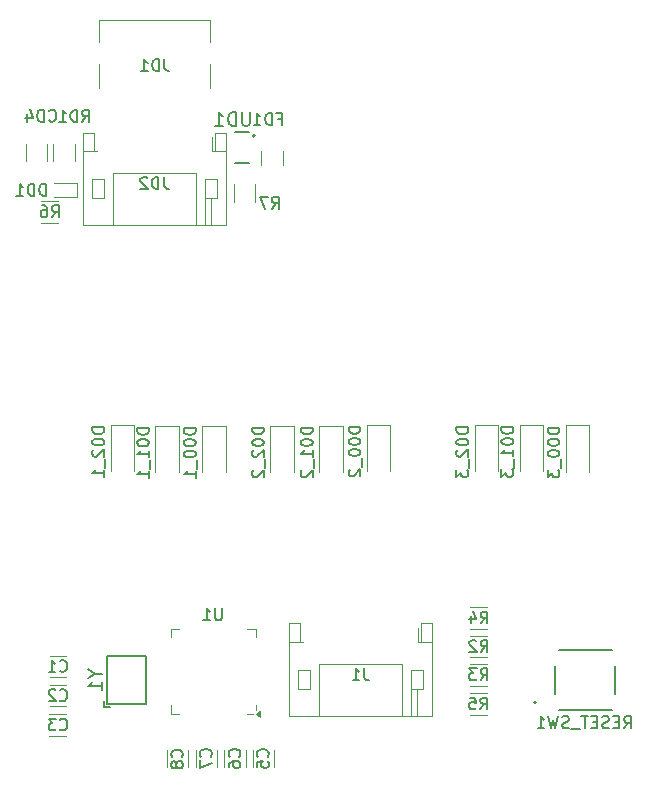
<source format=gbr>
%TF.GenerationSoftware,KiCad,Pcbnew,8.0.2*%
%TF.CreationDate,2024-10-13T22:55:22+09:00*%
%TF.ProjectId,typing-check-board,74797069-6e67-42d6-9368-65636b2d626f,rev?*%
%TF.SameCoordinates,Original*%
%TF.FileFunction,Legend,Bot*%
%TF.FilePolarity,Positive*%
%FSLAX46Y46*%
G04 Gerber Fmt 4.6, Leading zero omitted, Abs format (unit mm)*
G04 Created by KiCad (PCBNEW 8.0.2) date 2024-10-13 22:55:22*
%MOMM*%
%LPD*%
G01*
G04 APERTURE LIST*
%ADD10C,0.150000*%
%ADD11C,0.152000*%
%ADD12C,0.120000*%
%ADD13C,0.200000*%
%ADD14C,0.127000*%
G04 APERTURE END LIST*
D10*
X112926844Y-68939819D02*
X112926844Y-67939819D01*
X112926844Y-67939819D02*
X112688749Y-67939819D01*
X112688749Y-67939819D02*
X112545892Y-67987438D01*
X112545892Y-67987438D02*
X112450654Y-68082676D01*
X112450654Y-68082676D02*
X112403035Y-68177914D01*
X112403035Y-68177914D02*
X112355416Y-68368390D01*
X112355416Y-68368390D02*
X112355416Y-68511247D01*
X112355416Y-68511247D02*
X112403035Y-68701723D01*
X112403035Y-68701723D02*
X112450654Y-68796961D01*
X112450654Y-68796961D02*
X112545892Y-68892200D01*
X112545892Y-68892200D02*
X112688749Y-68939819D01*
X112688749Y-68939819D02*
X112926844Y-68939819D01*
X111926844Y-68939819D02*
X111926844Y-67939819D01*
X111926844Y-67939819D02*
X111688749Y-67939819D01*
X111688749Y-67939819D02*
X111545892Y-67987438D01*
X111545892Y-67987438D02*
X111450654Y-68082676D01*
X111450654Y-68082676D02*
X111403035Y-68177914D01*
X111403035Y-68177914D02*
X111355416Y-68368390D01*
X111355416Y-68368390D02*
X111355416Y-68511247D01*
X111355416Y-68511247D02*
X111403035Y-68701723D01*
X111403035Y-68701723D02*
X111450654Y-68796961D01*
X111450654Y-68796961D02*
X111545892Y-68892200D01*
X111545892Y-68892200D02*
X111688749Y-68939819D01*
X111688749Y-68939819D02*
X111926844Y-68939819D01*
X110403035Y-68939819D02*
X110974463Y-68939819D01*
X110688749Y-68939819D02*
X110688749Y-67939819D01*
X110688749Y-67939819D02*
X110783987Y-68082676D01*
X110783987Y-68082676D02*
X110879225Y-68177914D01*
X110879225Y-68177914D02*
X110974463Y-68225533D01*
X122918333Y-67389819D02*
X122918333Y-68104104D01*
X122918333Y-68104104D02*
X122965952Y-68246961D01*
X122965952Y-68246961D02*
X123061190Y-68342200D01*
X123061190Y-68342200D02*
X123204047Y-68389819D01*
X123204047Y-68389819D02*
X123299285Y-68389819D01*
X122442142Y-68389819D02*
X122442142Y-67389819D01*
X122442142Y-67389819D02*
X122204047Y-67389819D01*
X122204047Y-67389819D02*
X122061190Y-67437438D01*
X122061190Y-67437438D02*
X121965952Y-67532676D01*
X121965952Y-67532676D02*
X121918333Y-67627914D01*
X121918333Y-67627914D02*
X121870714Y-67818390D01*
X121870714Y-67818390D02*
X121870714Y-67961247D01*
X121870714Y-67961247D02*
X121918333Y-68151723D01*
X121918333Y-68151723D02*
X121965952Y-68246961D01*
X121965952Y-68246961D02*
X122061190Y-68342200D01*
X122061190Y-68342200D02*
X122204047Y-68389819D01*
X122204047Y-68389819D02*
X122442142Y-68389819D01*
X121489761Y-67485057D02*
X121442142Y-67437438D01*
X121442142Y-67437438D02*
X121346904Y-67389819D01*
X121346904Y-67389819D02*
X121108809Y-67389819D01*
X121108809Y-67389819D02*
X121013571Y-67437438D01*
X121013571Y-67437438D02*
X120965952Y-67485057D01*
X120965952Y-67485057D02*
X120918333Y-67580295D01*
X120918333Y-67580295D02*
X120918333Y-67675533D01*
X120918333Y-67675533D02*
X120965952Y-67818390D01*
X120965952Y-67818390D02*
X121537380Y-68389819D01*
X121537380Y-68389819D02*
X120918333Y-68389819D01*
X113415416Y-70769819D02*
X113748749Y-70293628D01*
X113986844Y-70769819D02*
X113986844Y-69769819D01*
X113986844Y-69769819D02*
X113605892Y-69769819D01*
X113605892Y-69769819D02*
X113510654Y-69817438D01*
X113510654Y-69817438D02*
X113463035Y-69865057D01*
X113463035Y-69865057D02*
X113415416Y-69960295D01*
X113415416Y-69960295D02*
X113415416Y-70103152D01*
X113415416Y-70103152D02*
X113463035Y-70198390D01*
X113463035Y-70198390D02*
X113510654Y-70246009D01*
X113510654Y-70246009D02*
X113605892Y-70293628D01*
X113605892Y-70293628D02*
X113986844Y-70293628D01*
X112558273Y-69769819D02*
X112748749Y-69769819D01*
X112748749Y-69769819D02*
X112843987Y-69817438D01*
X112843987Y-69817438D02*
X112891606Y-69865057D01*
X112891606Y-69865057D02*
X112986844Y-70007914D01*
X112986844Y-70007914D02*
X113034463Y-70198390D01*
X113034463Y-70198390D02*
X113034463Y-70579342D01*
X113034463Y-70579342D02*
X112986844Y-70674580D01*
X112986844Y-70674580D02*
X112939225Y-70722200D01*
X112939225Y-70722200D02*
X112843987Y-70769819D01*
X112843987Y-70769819D02*
X112653511Y-70769819D01*
X112653511Y-70769819D02*
X112558273Y-70722200D01*
X112558273Y-70722200D02*
X112510654Y-70674580D01*
X112510654Y-70674580D02*
X112463035Y-70579342D01*
X112463035Y-70579342D02*
X112463035Y-70341247D01*
X112463035Y-70341247D02*
X112510654Y-70246009D01*
X112510654Y-70246009D02*
X112558273Y-70198390D01*
X112558273Y-70198390D02*
X112653511Y-70150771D01*
X112653511Y-70150771D02*
X112843987Y-70150771D01*
X112843987Y-70150771D02*
X112939225Y-70198390D01*
X112939225Y-70198390D02*
X112986844Y-70246009D01*
X112986844Y-70246009D02*
X113034463Y-70341247D01*
X132041666Y-70049819D02*
X132374999Y-69573628D01*
X132613094Y-70049819D02*
X132613094Y-69049819D01*
X132613094Y-69049819D02*
X132232142Y-69049819D01*
X132232142Y-69049819D02*
X132136904Y-69097438D01*
X132136904Y-69097438D02*
X132089285Y-69145057D01*
X132089285Y-69145057D02*
X132041666Y-69240295D01*
X132041666Y-69240295D02*
X132041666Y-69383152D01*
X132041666Y-69383152D02*
X132089285Y-69478390D01*
X132089285Y-69478390D02*
X132136904Y-69526009D01*
X132136904Y-69526009D02*
X132232142Y-69573628D01*
X132232142Y-69573628D02*
X132613094Y-69573628D01*
X131708332Y-69049819D02*
X131041666Y-69049819D01*
X131041666Y-69049819D02*
X131470237Y-70049819D01*
X115985416Y-62699819D02*
X116318749Y-62223628D01*
X116556844Y-62699819D02*
X116556844Y-61699819D01*
X116556844Y-61699819D02*
X116175892Y-61699819D01*
X116175892Y-61699819D02*
X116080654Y-61747438D01*
X116080654Y-61747438D02*
X116033035Y-61795057D01*
X116033035Y-61795057D02*
X115985416Y-61890295D01*
X115985416Y-61890295D02*
X115985416Y-62033152D01*
X115985416Y-62033152D02*
X116033035Y-62128390D01*
X116033035Y-62128390D02*
X116080654Y-62176009D01*
X116080654Y-62176009D02*
X116175892Y-62223628D01*
X116175892Y-62223628D02*
X116556844Y-62223628D01*
X115556844Y-62699819D02*
X115556844Y-61699819D01*
X115556844Y-61699819D02*
X115318749Y-61699819D01*
X115318749Y-61699819D02*
X115175892Y-61747438D01*
X115175892Y-61747438D02*
X115080654Y-61842676D01*
X115080654Y-61842676D02*
X115033035Y-61937914D01*
X115033035Y-61937914D02*
X114985416Y-62128390D01*
X114985416Y-62128390D02*
X114985416Y-62271247D01*
X114985416Y-62271247D02*
X115033035Y-62461723D01*
X115033035Y-62461723D02*
X115080654Y-62556961D01*
X115080654Y-62556961D02*
X115175892Y-62652200D01*
X115175892Y-62652200D02*
X115318749Y-62699819D01*
X115318749Y-62699819D02*
X115556844Y-62699819D01*
X114033035Y-62699819D02*
X114604463Y-62699819D01*
X114318749Y-62699819D02*
X114318749Y-61699819D01*
X114318749Y-61699819D02*
X114413987Y-61842676D01*
X114413987Y-61842676D02*
X114509225Y-61937914D01*
X114509225Y-61937914D02*
X114604463Y-61985533D01*
X113175416Y-62584580D02*
X113223035Y-62632200D01*
X113223035Y-62632200D02*
X113365892Y-62679819D01*
X113365892Y-62679819D02*
X113461130Y-62679819D01*
X113461130Y-62679819D02*
X113603987Y-62632200D01*
X113603987Y-62632200D02*
X113699225Y-62536961D01*
X113699225Y-62536961D02*
X113746844Y-62441723D01*
X113746844Y-62441723D02*
X113794463Y-62251247D01*
X113794463Y-62251247D02*
X113794463Y-62108390D01*
X113794463Y-62108390D02*
X113746844Y-61917914D01*
X113746844Y-61917914D02*
X113699225Y-61822676D01*
X113699225Y-61822676D02*
X113603987Y-61727438D01*
X113603987Y-61727438D02*
X113461130Y-61679819D01*
X113461130Y-61679819D02*
X113365892Y-61679819D01*
X113365892Y-61679819D02*
X113223035Y-61727438D01*
X113223035Y-61727438D02*
X113175416Y-61775057D01*
X112746844Y-62679819D02*
X112746844Y-61679819D01*
X112746844Y-61679819D02*
X112508749Y-61679819D01*
X112508749Y-61679819D02*
X112365892Y-61727438D01*
X112365892Y-61727438D02*
X112270654Y-61822676D01*
X112270654Y-61822676D02*
X112223035Y-61917914D01*
X112223035Y-61917914D02*
X112175416Y-62108390D01*
X112175416Y-62108390D02*
X112175416Y-62251247D01*
X112175416Y-62251247D02*
X112223035Y-62441723D01*
X112223035Y-62441723D02*
X112270654Y-62536961D01*
X112270654Y-62536961D02*
X112365892Y-62632200D01*
X112365892Y-62632200D02*
X112508749Y-62679819D01*
X112508749Y-62679819D02*
X112746844Y-62679819D01*
X111318273Y-62013152D02*
X111318273Y-62679819D01*
X111556368Y-61632200D02*
X111794463Y-62346485D01*
X111794463Y-62346485D02*
X111175416Y-62346485D01*
X132552083Y-62436009D02*
X132885416Y-62436009D01*
X132885416Y-62959819D02*
X132885416Y-61959819D01*
X132885416Y-61959819D02*
X132409226Y-61959819D01*
X132028273Y-62959819D02*
X132028273Y-61959819D01*
X132028273Y-61959819D02*
X131790178Y-61959819D01*
X131790178Y-61959819D02*
X131647321Y-62007438D01*
X131647321Y-62007438D02*
X131552083Y-62102676D01*
X131552083Y-62102676D02*
X131504464Y-62197914D01*
X131504464Y-62197914D02*
X131456845Y-62388390D01*
X131456845Y-62388390D02*
X131456845Y-62531247D01*
X131456845Y-62531247D02*
X131504464Y-62721723D01*
X131504464Y-62721723D02*
X131552083Y-62816961D01*
X131552083Y-62816961D02*
X131647321Y-62912200D01*
X131647321Y-62912200D02*
X131790178Y-62959819D01*
X131790178Y-62959819D02*
X132028273Y-62959819D01*
X130504464Y-62959819D02*
X131075892Y-62959819D01*
X130790178Y-62959819D02*
X130790178Y-61959819D01*
X130790178Y-61959819D02*
X130885416Y-62102676D01*
X130885416Y-62102676D02*
X130980654Y-62197914D01*
X130980654Y-62197914D02*
X131075892Y-62245533D01*
X122948333Y-57399819D02*
X122948333Y-58114104D01*
X122948333Y-58114104D02*
X122995952Y-58256961D01*
X122995952Y-58256961D02*
X123091190Y-58352200D01*
X123091190Y-58352200D02*
X123234047Y-58399819D01*
X123234047Y-58399819D02*
X123329285Y-58399819D01*
X122472142Y-58399819D02*
X122472142Y-57399819D01*
X122472142Y-57399819D02*
X122234047Y-57399819D01*
X122234047Y-57399819D02*
X122091190Y-57447438D01*
X122091190Y-57447438D02*
X121995952Y-57542676D01*
X121995952Y-57542676D02*
X121948333Y-57637914D01*
X121948333Y-57637914D02*
X121900714Y-57828390D01*
X121900714Y-57828390D02*
X121900714Y-57971247D01*
X121900714Y-57971247D02*
X121948333Y-58161723D01*
X121948333Y-58161723D02*
X121995952Y-58256961D01*
X121995952Y-58256961D02*
X122091190Y-58352200D01*
X122091190Y-58352200D02*
X122234047Y-58399819D01*
X122234047Y-58399819D02*
X122472142Y-58399819D01*
X120948333Y-58399819D02*
X121519761Y-58399819D01*
X121234047Y-58399819D02*
X121234047Y-57399819D01*
X121234047Y-57399819D02*
X121329285Y-57542676D01*
X121329285Y-57542676D02*
X121424523Y-57637914D01*
X121424523Y-57637914D02*
X121519761Y-57685533D01*
D11*
X130176607Y-61902869D02*
X130176607Y-62828155D01*
X130176607Y-62828155D02*
X130122178Y-62937012D01*
X130122178Y-62937012D02*
X130067750Y-62991441D01*
X130067750Y-62991441D02*
X129958892Y-63045869D01*
X129958892Y-63045869D02*
X129741178Y-63045869D01*
X129741178Y-63045869D02*
X129632321Y-62991441D01*
X129632321Y-62991441D02*
X129577892Y-62937012D01*
X129577892Y-62937012D02*
X129523464Y-62828155D01*
X129523464Y-62828155D02*
X129523464Y-61902869D01*
X128979178Y-63045869D02*
X128979178Y-61902869D01*
X128979178Y-61902869D02*
X128707035Y-61902869D01*
X128707035Y-61902869D02*
X128543749Y-61957298D01*
X128543749Y-61957298D02*
X128434892Y-62066155D01*
X128434892Y-62066155D02*
X128380463Y-62175012D01*
X128380463Y-62175012D02*
X128326035Y-62392726D01*
X128326035Y-62392726D02*
X128326035Y-62556012D01*
X128326035Y-62556012D02*
X128380463Y-62773726D01*
X128380463Y-62773726D02*
X128434892Y-62882583D01*
X128434892Y-62882583D02*
X128543749Y-62991441D01*
X128543749Y-62991441D02*
X128707035Y-63045869D01*
X128707035Y-63045869D02*
X128979178Y-63045869D01*
X127237463Y-63045869D02*
X127890606Y-63045869D01*
X127564035Y-63045869D02*
X127564035Y-61902869D01*
X127564035Y-61902869D02*
X127672892Y-62066155D01*
X127672892Y-62066155D02*
X127781749Y-62175012D01*
X127781749Y-62175012D02*
X127890606Y-62229441D01*
D10*
X117834819Y-88568571D02*
X116834819Y-88568571D01*
X116834819Y-88568571D02*
X116834819Y-88806666D01*
X116834819Y-88806666D02*
X116882438Y-88949523D01*
X116882438Y-88949523D02*
X116977676Y-89044761D01*
X116977676Y-89044761D02*
X117072914Y-89092380D01*
X117072914Y-89092380D02*
X117263390Y-89139999D01*
X117263390Y-89139999D02*
X117406247Y-89139999D01*
X117406247Y-89139999D02*
X117596723Y-89092380D01*
X117596723Y-89092380D02*
X117691961Y-89044761D01*
X117691961Y-89044761D02*
X117787200Y-88949523D01*
X117787200Y-88949523D02*
X117834819Y-88806666D01*
X117834819Y-88806666D02*
X117834819Y-88568571D01*
X116834819Y-89759047D02*
X116834819Y-89854285D01*
X116834819Y-89854285D02*
X116882438Y-89949523D01*
X116882438Y-89949523D02*
X116930057Y-89997142D01*
X116930057Y-89997142D02*
X117025295Y-90044761D01*
X117025295Y-90044761D02*
X117215771Y-90092380D01*
X117215771Y-90092380D02*
X117453866Y-90092380D01*
X117453866Y-90092380D02*
X117644342Y-90044761D01*
X117644342Y-90044761D02*
X117739580Y-89997142D01*
X117739580Y-89997142D02*
X117787200Y-89949523D01*
X117787200Y-89949523D02*
X117834819Y-89854285D01*
X117834819Y-89854285D02*
X117834819Y-89759047D01*
X117834819Y-89759047D02*
X117787200Y-89663809D01*
X117787200Y-89663809D02*
X117739580Y-89616190D01*
X117739580Y-89616190D02*
X117644342Y-89568571D01*
X117644342Y-89568571D02*
X117453866Y-89520952D01*
X117453866Y-89520952D02*
X117215771Y-89520952D01*
X117215771Y-89520952D02*
X117025295Y-89568571D01*
X117025295Y-89568571D02*
X116930057Y-89616190D01*
X116930057Y-89616190D02*
X116882438Y-89663809D01*
X116882438Y-89663809D02*
X116834819Y-89759047D01*
X116930057Y-90473333D02*
X116882438Y-90520952D01*
X116882438Y-90520952D02*
X116834819Y-90616190D01*
X116834819Y-90616190D02*
X116834819Y-90854285D01*
X116834819Y-90854285D02*
X116882438Y-90949523D01*
X116882438Y-90949523D02*
X116930057Y-90997142D01*
X116930057Y-90997142D02*
X117025295Y-91044761D01*
X117025295Y-91044761D02*
X117120533Y-91044761D01*
X117120533Y-91044761D02*
X117263390Y-90997142D01*
X117263390Y-90997142D02*
X117834819Y-90425714D01*
X117834819Y-90425714D02*
X117834819Y-91044761D01*
X117930057Y-91235238D02*
X117930057Y-91997142D01*
X117834819Y-92759047D02*
X117834819Y-92187619D01*
X117834819Y-92473333D02*
X116834819Y-92473333D01*
X116834819Y-92473333D02*
X116977676Y-92378095D01*
X116977676Y-92378095D02*
X117072914Y-92282857D01*
X117072914Y-92282857D02*
X117120533Y-92187619D01*
X121634819Y-88628571D02*
X120634819Y-88628571D01*
X120634819Y-88628571D02*
X120634819Y-88866666D01*
X120634819Y-88866666D02*
X120682438Y-89009523D01*
X120682438Y-89009523D02*
X120777676Y-89104761D01*
X120777676Y-89104761D02*
X120872914Y-89152380D01*
X120872914Y-89152380D02*
X121063390Y-89199999D01*
X121063390Y-89199999D02*
X121206247Y-89199999D01*
X121206247Y-89199999D02*
X121396723Y-89152380D01*
X121396723Y-89152380D02*
X121491961Y-89104761D01*
X121491961Y-89104761D02*
X121587200Y-89009523D01*
X121587200Y-89009523D02*
X121634819Y-88866666D01*
X121634819Y-88866666D02*
X121634819Y-88628571D01*
X120634819Y-89819047D02*
X120634819Y-89914285D01*
X120634819Y-89914285D02*
X120682438Y-90009523D01*
X120682438Y-90009523D02*
X120730057Y-90057142D01*
X120730057Y-90057142D02*
X120825295Y-90104761D01*
X120825295Y-90104761D02*
X121015771Y-90152380D01*
X121015771Y-90152380D02*
X121253866Y-90152380D01*
X121253866Y-90152380D02*
X121444342Y-90104761D01*
X121444342Y-90104761D02*
X121539580Y-90057142D01*
X121539580Y-90057142D02*
X121587200Y-90009523D01*
X121587200Y-90009523D02*
X121634819Y-89914285D01*
X121634819Y-89914285D02*
X121634819Y-89819047D01*
X121634819Y-89819047D02*
X121587200Y-89723809D01*
X121587200Y-89723809D02*
X121539580Y-89676190D01*
X121539580Y-89676190D02*
X121444342Y-89628571D01*
X121444342Y-89628571D02*
X121253866Y-89580952D01*
X121253866Y-89580952D02*
X121015771Y-89580952D01*
X121015771Y-89580952D02*
X120825295Y-89628571D01*
X120825295Y-89628571D02*
X120730057Y-89676190D01*
X120730057Y-89676190D02*
X120682438Y-89723809D01*
X120682438Y-89723809D02*
X120634819Y-89819047D01*
X121634819Y-91104761D02*
X121634819Y-90533333D01*
X121634819Y-90819047D02*
X120634819Y-90819047D01*
X120634819Y-90819047D02*
X120777676Y-90723809D01*
X120777676Y-90723809D02*
X120872914Y-90628571D01*
X120872914Y-90628571D02*
X120920533Y-90533333D01*
X121730057Y-91295238D02*
X121730057Y-92057142D01*
X121634819Y-92819047D02*
X121634819Y-92247619D01*
X121634819Y-92533333D02*
X120634819Y-92533333D01*
X120634819Y-92533333D02*
X120777676Y-92438095D01*
X120777676Y-92438095D02*
X120872914Y-92342857D01*
X120872914Y-92342857D02*
X120920533Y-92247619D01*
X148664819Y-88578571D02*
X147664819Y-88578571D01*
X147664819Y-88578571D02*
X147664819Y-88816666D01*
X147664819Y-88816666D02*
X147712438Y-88959523D01*
X147712438Y-88959523D02*
X147807676Y-89054761D01*
X147807676Y-89054761D02*
X147902914Y-89102380D01*
X147902914Y-89102380D02*
X148093390Y-89149999D01*
X148093390Y-89149999D02*
X148236247Y-89149999D01*
X148236247Y-89149999D02*
X148426723Y-89102380D01*
X148426723Y-89102380D02*
X148521961Y-89054761D01*
X148521961Y-89054761D02*
X148617200Y-88959523D01*
X148617200Y-88959523D02*
X148664819Y-88816666D01*
X148664819Y-88816666D02*
X148664819Y-88578571D01*
X147664819Y-89769047D02*
X147664819Y-89864285D01*
X147664819Y-89864285D02*
X147712438Y-89959523D01*
X147712438Y-89959523D02*
X147760057Y-90007142D01*
X147760057Y-90007142D02*
X147855295Y-90054761D01*
X147855295Y-90054761D02*
X148045771Y-90102380D01*
X148045771Y-90102380D02*
X148283866Y-90102380D01*
X148283866Y-90102380D02*
X148474342Y-90054761D01*
X148474342Y-90054761D02*
X148569580Y-90007142D01*
X148569580Y-90007142D02*
X148617200Y-89959523D01*
X148617200Y-89959523D02*
X148664819Y-89864285D01*
X148664819Y-89864285D02*
X148664819Y-89769047D01*
X148664819Y-89769047D02*
X148617200Y-89673809D01*
X148617200Y-89673809D02*
X148569580Y-89626190D01*
X148569580Y-89626190D02*
X148474342Y-89578571D01*
X148474342Y-89578571D02*
X148283866Y-89530952D01*
X148283866Y-89530952D02*
X148045771Y-89530952D01*
X148045771Y-89530952D02*
X147855295Y-89578571D01*
X147855295Y-89578571D02*
X147760057Y-89626190D01*
X147760057Y-89626190D02*
X147712438Y-89673809D01*
X147712438Y-89673809D02*
X147664819Y-89769047D01*
X147760057Y-90483333D02*
X147712438Y-90530952D01*
X147712438Y-90530952D02*
X147664819Y-90626190D01*
X147664819Y-90626190D02*
X147664819Y-90864285D01*
X147664819Y-90864285D02*
X147712438Y-90959523D01*
X147712438Y-90959523D02*
X147760057Y-91007142D01*
X147760057Y-91007142D02*
X147855295Y-91054761D01*
X147855295Y-91054761D02*
X147950533Y-91054761D01*
X147950533Y-91054761D02*
X148093390Y-91007142D01*
X148093390Y-91007142D02*
X148664819Y-90435714D01*
X148664819Y-90435714D02*
X148664819Y-91054761D01*
X148760057Y-91245238D02*
X148760057Y-92007142D01*
X147664819Y-92150000D02*
X147664819Y-92769047D01*
X147664819Y-92769047D02*
X148045771Y-92435714D01*
X148045771Y-92435714D02*
X148045771Y-92578571D01*
X148045771Y-92578571D02*
X148093390Y-92673809D01*
X148093390Y-92673809D02*
X148141009Y-92721428D01*
X148141009Y-92721428D02*
X148236247Y-92769047D01*
X148236247Y-92769047D02*
X148474342Y-92769047D01*
X148474342Y-92769047D02*
X148569580Y-92721428D01*
X148569580Y-92721428D02*
X148617200Y-92673809D01*
X148617200Y-92673809D02*
X148664819Y-92578571D01*
X148664819Y-92578571D02*
X148664819Y-92292857D01*
X148664819Y-92292857D02*
X148617200Y-92197619D01*
X148617200Y-92197619D02*
X148569580Y-92150000D01*
X125594819Y-88628571D02*
X124594819Y-88628571D01*
X124594819Y-88628571D02*
X124594819Y-88866666D01*
X124594819Y-88866666D02*
X124642438Y-89009523D01*
X124642438Y-89009523D02*
X124737676Y-89104761D01*
X124737676Y-89104761D02*
X124832914Y-89152380D01*
X124832914Y-89152380D02*
X125023390Y-89199999D01*
X125023390Y-89199999D02*
X125166247Y-89199999D01*
X125166247Y-89199999D02*
X125356723Y-89152380D01*
X125356723Y-89152380D02*
X125451961Y-89104761D01*
X125451961Y-89104761D02*
X125547200Y-89009523D01*
X125547200Y-89009523D02*
X125594819Y-88866666D01*
X125594819Y-88866666D02*
X125594819Y-88628571D01*
X124594819Y-89819047D02*
X124594819Y-89914285D01*
X124594819Y-89914285D02*
X124642438Y-90009523D01*
X124642438Y-90009523D02*
X124690057Y-90057142D01*
X124690057Y-90057142D02*
X124785295Y-90104761D01*
X124785295Y-90104761D02*
X124975771Y-90152380D01*
X124975771Y-90152380D02*
X125213866Y-90152380D01*
X125213866Y-90152380D02*
X125404342Y-90104761D01*
X125404342Y-90104761D02*
X125499580Y-90057142D01*
X125499580Y-90057142D02*
X125547200Y-90009523D01*
X125547200Y-90009523D02*
X125594819Y-89914285D01*
X125594819Y-89914285D02*
X125594819Y-89819047D01*
X125594819Y-89819047D02*
X125547200Y-89723809D01*
X125547200Y-89723809D02*
X125499580Y-89676190D01*
X125499580Y-89676190D02*
X125404342Y-89628571D01*
X125404342Y-89628571D02*
X125213866Y-89580952D01*
X125213866Y-89580952D02*
X124975771Y-89580952D01*
X124975771Y-89580952D02*
X124785295Y-89628571D01*
X124785295Y-89628571D02*
X124690057Y-89676190D01*
X124690057Y-89676190D02*
X124642438Y-89723809D01*
X124642438Y-89723809D02*
X124594819Y-89819047D01*
X124594819Y-90771428D02*
X124594819Y-90866666D01*
X124594819Y-90866666D02*
X124642438Y-90961904D01*
X124642438Y-90961904D02*
X124690057Y-91009523D01*
X124690057Y-91009523D02*
X124785295Y-91057142D01*
X124785295Y-91057142D02*
X124975771Y-91104761D01*
X124975771Y-91104761D02*
X125213866Y-91104761D01*
X125213866Y-91104761D02*
X125404342Y-91057142D01*
X125404342Y-91057142D02*
X125499580Y-91009523D01*
X125499580Y-91009523D02*
X125547200Y-90961904D01*
X125547200Y-90961904D02*
X125594819Y-90866666D01*
X125594819Y-90866666D02*
X125594819Y-90771428D01*
X125594819Y-90771428D02*
X125547200Y-90676190D01*
X125547200Y-90676190D02*
X125499580Y-90628571D01*
X125499580Y-90628571D02*
X125404342Y-90580952D01*
X125404342Y-90580952D02*
X125213866Y-90533333D01*
X125213866Y-90533333D02*
X124975771Y-90533333D01*
X124975771Y-90533333D02*
X124785295Y-90580952D01*
X124785295Y-90580952D02*
X124690057Y-90628571D01*
X124690057Y-90628571D02*
X124642438Y-90676190D01*
X124642438Y-90676190D02*
X124594819Y-90771428D01*
X125690057Y-91295238D02*
X125690057Y-92057142D01*
X125594819Y-92819047D02*
X125594819Y-92247619D01*
X125594819Y-92533333D02*
X124594819Y-92533333D01*
X124594819Y-92533333D02*
X124737676Y-92438095D01*
X124737676Y-92438095D02*
X124832914Y-92342857D01*
X124832914Y-92342857D02*
X124880533Y-92247619D01*
X135494819Y-88598571D02*
X134494819Y-88598571D01*
X134494819Y-88598571D02*
X134494819Y-88836666D01*
X134494819Y-88836666D02*
X134542438Y-88979523D01*
X134542438Y-88979523D02*
X134637676Y-89074761D01*
X134637676Y-89074761D02*
X134732914Y-89122380D01*
X134732914Y-89122380D02*
X134923390Y-89169999D01*
X134923390Y-89169999D02*
X135066247Y-89169999D01*
X135066247Y-89169999D02*
X135256723Y-89122380D01*
X135256723Y-89122380D02*
X135351961Y-89074761D01*
X135351961Y-89074761D02*
X135447200Y-88979523D01*
X135447200Y-88979523D02*
X135494819Y-88836666D01*
X135494819Y-88836666D02*
X135494819Y-88598571D01*
X134494819Y-89789047D02*
X134494819Y-89884285D01*
X134494819Y-89884285D02*
X134542438Y-89979523D01*
X134542438Y-89979523D02*
X134590057Y-90027142D01*
X134590057Y-90027142D02*
X134685295Y-90074761D01*
X134685295Y-90074761D02*
X134875771Y-90122380D01*
X134875771Y-90122380D02*
X135113866Y-90122380D01*
X135113866Y-90122380D02*
X135304342Y-90074761D01*
X135304342Y-90074761D02*
X135399580Y-90027142D01*
X135399580Y-90027142D02*
X135447200Y-89979523D01*
X135447200Y-89979523D02*
X135494819Y-89884285D01*
X135494819Y-89884285D02*
X135494819Y-89789047D01*
X135494819Y-89789047D02*
X135447200Y-89693809D01*
X135447200Y-89693809D02*
X135399580Y-89646190D01*
X135399580Y-89646190D02*
X135304342Y-89598571D01*
X135304342Y-89598571D02*
X135113866Y-89550952D01*
X135113866Y-89550952D02*
X134875771Y-89550952D01*
X134875771Y-89550952D02*
X134685295Y-89598571D01*
X134685295Y-89598571D02*
X134590057Y-89646190D01*
X134590057Y-89646190D02*
X134542438Y-89693809D01*
X134542438Y-89693809D02*
X134494819Y-89789047D01*
X135494819Y-91074761D02*
X135494819Y-90503333D01*
X135494819Y-90789047D02*
X134494819Y-90789047D01*
X134494819Y-90789047D02*
X134637676Y-90693809D01*
X134637676Y-90693809D02*
X134732914Y-90598571D01*
X134732914Y-90598571D02*
X134780533Y-90503333D01*
X135590057Y-91265238D02*
X135590057Y-92027142D01*
X134590057Y-92217619D02*
X134542438Y-92265238D01*
X134542438Y-92265238D02*
X134494819Y-92360476D01*
X134494819Y-92360476D02*
X134494819Y-92598571D01*
X134494819Y-92598571D02*
X134542438Y-92693809D01*
X134542438Y-92693809D02*
X134590057Y-92741428D01*
X134590057Y-92741428D02*
X134685295Y-92789047D01*
X134685295Y-92789047D02*
X134780533Y-92789047D01*
X134780533Y-92789047D02*
X134923390Y-92741428D01*
X134923390Y-92741428D02*
X135494819Y-92170000D01*
X135494819Y-92170000D02*
X135494819Y-92789047D01*
X152474819Y-88538571D02*
X151474819Y-88538571D01*
X151474819Y-88538571D02*
X151474819Y-88776666D01*
X151474819Y-88776666D02*
X151522438Y-88919523D01*
X151522438Y-88919523D02*
X151617676Y-89014761D01*
X151617676Y-89014761D02*
X151712914Y-89062380D01*
X151712914Y-89062380D02*
X151903390Y-89109999D01*
X151903390Y-89109999D02*
X152046247Y-89109999D01*
X152046247Y-89109999D02*
X152236723Y-89062380D01*
X152236723Y-89062380D02*
X152331961Y-89014761D01*
X152331961Y-89014761D02*
X152427200Y-88919523D01*
X152427200Y-88919523D02*
X152474819Y-88776666D01*
X152474819Y-88776666D02*
X152474819Y-88538571D01*
X151474819Y-89729047D02*
X151474819Y-89824285D01*
X151474819Y-89824285D02*
X151522438Y-89919523D01*
X151522438Y-89919523D02*
X151570057Y-89967142D01*
X151570057Y-89967142D02*
X151665295Y-90014761D01*
X151665295Y-90014761D02*
X151855771Y-90062380D01*
X151855771Y-90062380D02*
X152093866Y-90062380D01*
X152093866Y-90062380D02*
X152284342Y-90014761D01*
X152284342Y-90014761D02*
X152379580Y-89967142D01*
X152379580Y-89967142D02*
X152427200Y-89919523D01*
X152427200Y-89919523D02*
X152474819Y-89824285D01*
X152474819Y-89824285D02*
X152474819Y-89729047D01*
X152474819Y-89729047D02*
X152427200Y-89633809D01*
X152427200Y-89633809D02*
X152379580Y-89586190D01*
X152379580Y-89586190D02*
X152284342Y-89538571D01*
X152284342Y-89538571D02*
X152093866Y-89490952D01*
X152093866Y-89490952D02*
X151855771Y-89490952D01*
X151855771Y-89490952D02*
X151665295Y-89538571D01*
X151665295Y-89538571D02*
X151570057Y-89586190D01*
X151570057Y-89586190D02*
X151522438Y-89633809D01*
X151522438Y-89633809D02*
X151474819Y-89729047D01*
X152474819Y-91014761D02*
X152474819Y-90443333D01*
X152474819Y-90729047D02*
X151474819Y-90729047D01*
X151474819Y-90729047D02*
X151617676Y-90633809D01*
X151617676Y-90633809D02*
X151712914Y-90538571D01*
X151712914Y-90538571D02*
X151760533Y-90443333D01*
X152570057Y-91205238D02*
X152570057Y-91967142D01*
X151474819Y-92110000D02*
X151474819Y-92729047D01*
X151474819Y-92729047D02*
X151855771Y-92395714D01*
X151855771Y-92395714D02*
X151855771Y-92538571D01*
X151855771Y-92538571D02*
X151903390Y-92633809D01*
X151903390Y-92633809D02*
X151951009Y-92681428D01*
X151951009Y-92681428D02*
X152046247Y-92729047D01*
X152046247Y-92729047D02*
X152284342Y-92729047D01*
X152284342Y-92729047D02*
X152379580Y-92681428D01*
X152379580Y-92681428D02*
X152427200Y-92633809D01*
X152427200Y-92633809D02*
X152474819Y-92538571D01*
X152474819Y-92538571D02*
X152474819Y-92252857D01*
X152474819Y-92252857D02*
X152427200Y-92157619D01*
X152427200Y-92157619D02*
X152379580Y-92110000D01*
X156384819Y-88588571D02*
X155384819Y-88588571D01*
X155384819Y-88588571D02*
X155384819Y-88826666D01*
X155384819Y-88826666D02*
X155432438Y-88969523D01*
X155432438Y-88969523D02*
X155527676Y-89064761D01*
X155527676Y-89064761D02*
X155622914Y-89112380D01*
X155622914Y-89112380D02*
X155813390Y-89159999D01*
X155813390Y-89159999D02*
X155956247Y-89159999D01*
X155956247Y-89159999D02*
X156146723Y-89112380D01*
X156146723Y-89112380D02*
X156241961Y-89064761D01*
X156241961Y-89064761D02*
X156337200Y-88969523D01*
X156337200Y-88969523D02*
X156384819Y-88826666D01*
X156384819Y-88826666D02*
X156384819Y-88588571D01*
X155384819Y-89779047D02*
X155384819Y-89874285D01*
X155384819Y-89874285D02*
X155432438Y-89969523D01*
X155432438Y-89969523D02*
X155480057Y-90017142D01*
X155480057Y-90017142D02*
X155575295Y-90064761D01*
X155575295Y-90064761D02*
X155765771Y-90112380D01*
X155765771Y-90112380D02*
X156003866Y-90112380D01*
X156003866Y-90112380D02*
X156194342Y-90064761D01*
X156194342Y-90064761D02*
X156289580Y-90017142D01*
X156289580Y-90017142D02*
X156337200Y-89969523D01*
X156337200Y-89969523D02*
X156384819Y-89874285D01*
X156384819Y-89874285D02*
X156384819Y-89779047D01*
X156384819Y-89779047D02*
X156337200Y-89683809D01*
X156337200Y-89683809D02*
X156289580Y-89636190D01*
X156289580Y-89636190D02*
X156194342Y-89588571D01*
X156194342Y-89588571D02*
X156003866Y-89540952D01*
X156003866Y-89540952D02*
X155765771Y-89540952D01*
X155765771Y-89540952D02*
X155575295Y-89588571D01*
X155575295Y-89588571D02*
X155480057Y-89636190D01*
X155480057Y-89636190D02*
X155432438Y-89683809D01*
X155432438Y-89683809D02*
X155384819Y-89779047D01*
X155384819Y-90731428D02*
X155384819Y-90826666D01*
X155384819Y-90826666D02*
X155432438Y-90921904D01*
X155432438Y-90921904D02*
X155480057Y-90969523D01*
X155480057Y-90969523D02*
X155575295Y-91017142D01*
X155575295Y-91017142D02*
X155765771Y-91064761D01*
X155765771Y-91064761D02*
X156003866Y-91064761D01*
X156003866Y-91064761D02*
X156194342Y-91017142D01*
X156194342Y-91017142D02*
X156289580Y-90969523D01*
X156289580Y-90969523D02*
X156337200Y-90921904D01*
X156337200Y-90921904D02*
X156384819Y-90826666D01*
X156384819Y-90826666D02*
X156384819Y-90731428D01*
X156384819Y-90731428D02*
X156337200Y-90636190D01*
X156337200Y-90636190D02*
X156289580Y-90588571D01*
X156289580Y-90588571D02*
X156194342Y-90540952D01*
X156194342Y-90540952D02*
X156003866Y-90493333D01*
X156003866Y-90493333D02*
X155765771Y-90493333D01*
X155765771Y-90493333D02*
X155575295Y-90540952D01*
X155575295Y-90540952D02*
X155480057Y-90588571D01*
X155480057Y-90588571D02*
X155432438Y-90636190D01*
X155432438Y-90636190D02*
X155384819Y-90731428D01*
X156480057Y-91255238D02*
X156480057Y-92017142D01*
X155384819Y-92160000D02*
X155384819Y-92779047D01*
X155384819Y-92779047D02*
X155765771Y-92445714D01*
X155765771Y-92445714D02*
X155765771Y-92588571D01*
X155765771Y-92588571D02*
X155813390Y-92683809D01*
X155813390Y-92683809D02*
X155861009Y-92731428D01*
X155861009Y-92731428D02*
X155956247Y-92779047D01*
X155956247Y-92779047D02*
X156194342Y-92779047D01*
X156194342Y-92779047D02*
X156289580Y-92731428D01*
X156289580Y-92731428D02*
X156337200Y-92683809D01*
X156337200Y-92683809D02*
X156384819Y-92588571D01*
X156384819Y-92588571D02*
X156384819Y-92302857D01*
X156384819Y-92302857D02*
X156337200Y-92207619D01*
X156337200Y-92207619D02*
X156289580Y-92160000D01*
X139534819Y-88518571D02*
X138534819Y-88518571D01*
X138534819Y-88518571D02*
X138534819Y-88756666D01*
X138534819Y-88756666D02*
X138582438Y-88899523D01*
X138582438Y-88899523D02*
X138677676Y-88994761D01*
X138677676Y-88994761D02*
X138772914Y-89042380D01*
X138772914Y-89042380D02*
X138963390Y-89089999D01*
X138963390Y-89089999D02*
X139106247Y-89089999D01*
X139106247Y-89089999D02*
X139296723Y-89042380D01*
X139296723Y-89042380D02*
X139391961Y-88994761D01*
X139391961Y-88994761D02*
X139487200Y-88899523D01*
X139487200Y-88899523D02*
X139534819Y-88756666D01*
X139534819Y-88756666D02*
X139534819Y-88518571D01*
X138534819Y-89709047D02*
X138534819Y-89804285D01*
X138534819Y-89804285D02*
X138582438Y-89899523D01*
X138582438Y-89899523D02*
X138630057Y-89947142D01*
X138630057Y-89947142D02*
X138725295Y-89994761D01*
X138725295Y-89994761D02*
X138915771Y-90042380D01*
X138915771Y-90042380D02*
X139153866Y-90042380D01*
X139153866Y-90042380D02*
X139344342Y-89994761D01*
X139344342Y-89994761D02*
X139439580Y-89947142D01*
X139439580Y-89947142D02*
X139487200Y-89899523D01*
X139487200Y-89899523D02*
X139534819Y-89804285D01*
X139534819Y-89804285D02*
X139534819Y-89709047D01*
X139534819Y-89709047D02*
X139487200Y-89613809D01*
X139487200Y-89613809D02*
X139439580Y-89566190D01*
X139439580Y-89566190D02*
X139344342Y-89518571D01*
X139344342Y-89518571D02*
X139153866Y-89470952D01*
X139153866Y-89470952D02*
X138915771Y-89470952D01*
X138915771Y-89470952D02*
X138725295Y-89518571D01*
X138725295Y-89518571D02*
X138630057Y-89566190D01*
X138630057Y-89566190D02*
X138582438Y-89613809D01*
X138582438Y-89613809D02*
X138534819Y-89709047D01*
X138534819Y-90661428D02*
X138534819Y-90756666D01*
X138534819Y-90756666D02*
X138582438Y-90851904D01*
X138582438Y-90851904D02*
X138630057Y-90899523D01*
X138630057Y-90899523D02*
X138725295Y-90947142D01*
X138725295Y-90947142D02*
X138915771Y-90994761D01*
X138915771Y-90994761D02*
X139153866Y-90994761D01*
X139153866Y-90994761D02*
X139344342Y-90947142D01*
X139344342Y-90947142D02*
X139439580Y-90899523D01*
X139439580Y-90899523D02*
X139487200Y-90851904D01*
X139487200Y-90851904D02*
X139534819Y-90756666D01*
X139534819Y-90756666D02*
X139534819Y-90661428D01*
X139534819Y-90661428D02*
X139487200Y-90566190D01*
X139487200Y-90566190D02*
X139439580Y-90518571D01*
X139439580Y-90518571D02*
X139344342Y-90470952D01*
X139344342Y-90470952D02*
X139153866Y-90423333D01*
X139153866Y-90423333D02*
X138915771Y-90423333D01*
X138915771Y-90423333D02*
X138725295Y-90470952D01*
X138725295Y-90470952D02*
X138630057Y-90518571D01*
X138630057Y-90518571D02*
X138582438Y-90566190D01*
X138582438Y-90566190D02*
X138534819Y-90661428D01*
X139630057Y-91185238D02*
X139630057Y-91947142D01*
X138630057Y-92137619D02*
X138582438Y-92185238D01*
X138582438Y-92185238D02*
X138534819Y-92280476D01*
X138534819Y-92280476D02*
X138534819Y-92518571D01*
X138534819Y-92518571D02*
X138582438Y-92613809D01*
X138582438Y-92613809D02*
X138630057Y-92661428D01*
X138630057Y-92661428D02*
X138725295Y-92709047D01*
X138725295Y-92709047D02*
X138820533Y-92709047D01*
X138820533Y-92709047D02*
X138963390Y-92661428D01*
X138963390Y-92661428D02*
X139534819Y-92090000D01*
X139534819Y-92090000D02*
X139534819Y-92709047D01*
X131374819Y-88598571D02*
X130374819Y-88598571D01*
X130374819Y-88598571D02*
X130374819Y-88836666D01*
X130374819Y-88836666D02*
X130422438Y-88979523D01*
X130422438Y-88979523D02*
X130517676Y-89074761D01*
X130517676Y-89074761D02*
X130612914Y-89122380D01*
X130612914Y-89122380D02*
X130803390Y-89169999D01*
X130803390Y-89169999D02*
X130946247Y-89169999D01*
X130946247Y-89169999D02*
X131136723Y-89122380D01*
X131136723Y-89122380D02*
X131231961Y-89074761D01*
X131231961Y-89074761D02*
X131327200Y-88979523D01*
X131327200Y-88979523D02*
X131374819Y-88836666D01*
X131374819Y-88836666D02*
X131374819Y-88598571D01*
X130374819Y-89789047D02*
X130374819Y-89884285D01*
X130374819Y-89884285D02*
X130422438Y-89979523D01*
X130422438Y-89979523D02*
X130470057Y-90027142D01*
X130470057Y-90027142D02*
X130565295Y-90074761D01*
X130565295Y-90074761D02*
X130755771Y-90122380D01*
X130755771Y-90122380D02*
X130993866Y-90122380D01*
X130993866Y-90122380D02*
X131184342Y-90074761D01*
X131184342Y-90074761D02*
X131279580Y-90027142D01*
X131279580Y-90027142D02*
X131327200Y-89979523D01*
X131327200Y-89979523D02*
X131374819Y-89884285D01*
X131374819Y-89884285D02*
X131374819Y-89789047D01*
X131374819Y-89789047D02*
X131327200Y-89693809D01*
X131327200Y-89693809D02*
X131279580Y-89646190D01*
X131279580Y-89646190D02*
X131184342Y-89598571D01*
X131184342Y-89598571D02*
X130993866Y-89550952D01*
X130993866Y-89550952D02*
X130755771Y-89550952D01*
X130755771Y-89550952D02*
X130565295Y-89598571D01*
X130565295Y-89598571D02*
X130470057Y-89646190D01*
X130470057Y-89646190D02*
X130422438Y-89693809D01*
X130422438Y-89693809D02*
X130374819Y-89789047D01*
X130470057Y-90503333D02*
X130422438Y-90550952D01*
X130422438Y-90550952D02*
X130374819Y-90646190D01*
X130374819Y-90646190D02*
X130374819Y-90884285D01*
X130374819Y-90884285D02*
X130422438Y-90979523D01*
X130422438Y-90979523D02*
X130470057Y-91027142D01*
X130470057Y-91027142D02*
X130565295Y-91074761D01*
X130565295Y-91074761D02*
X130660533Y-91074761D01*
X130660533Y-91074761D02*
X130803390Y-91027142D01*
X130803390Y-91027142D02*
X131374819Y-90455714D01*
X131374819Y-90455714D02*
X131374819Y-91074761D01*
X131470057Y-91265238D02*
X131470057Y-92027142D01*
X130470057Y-92217619D02*
X130422438Y-92265238D01*
X130422438Y-92265238D02*
X130374819Y-92360476D01*
X130374819Y-92360476D02*
X130374819Y-92598571D01*
X130374819Y-92598571D02*
X130422438Y-92693809D01*
X130422438Y-92693809D02*
X130470057Y-92741428D01*
X130470057Y-92741428D02*
X130565295Y-92789047D01*
X130565295Y-92789047D02*
X130660533Y-92789047D01*
X130660533Y-92789047D02*
X130803390Y-92741428D01*
X130803390Y-92741428D02*
X131374819Y-92170000D01*
X131374819Y-92170000D02*
X131374819Y-92789047D01*
X114096666Y-109189580D02*
X114144285Y-109237200D01*
X114144285Y-109237200D02*
X114287142Y-109284819D01*
X114287142Y-109284819D02*
X114382380Y-109284819D01*
X114382380Y-109284819D02*
X114525237Y-109237200D01*
X114525237Y-109237200D02*
X114620475Y-109141961D01*
X114620475Y-109141961D02*
X114668094Y-109046723D01*
X114668094Y-109046723D02*
X114715713Y-108856247D01*
X114715713Y-108856247D02*
X114715713Y-108713390D01*
X114715713Y-108713390D02*
X114668094Y-108522914D01*
X114668094Y-108522914D02*
X114620475Y-108427676D01*
X114620475Y-108427676D02*
X114525237Y-108332438D01*
X114525237Y-108332438D02*
X114382380Y-108284819D01*
X114382380Y-108284819D02*
X114287142Y-108284819D01*
X114287142Y-108284819D02*
X114144285Y-108332438D01*
X114144285Y-108332438D02*
X114096666Y-108380057D01*
X113144285Y-109284819D02*
X113715713Y-109284819D01*
X113429999Y-109284819D02*
X113429999Y-108284819D01*
X113429999Y-108284819D02*
X113525237Y-108427676D01*
X113525237Y-108427676D02*
X113620475Y-108522914D01*
X113620475Y-108522914D02*
X113715713Y-108570533D01*
X114096666Y-111649580D02*
X114144285Y-111697200D01*
X114144285Y-111697200D02*
X114287142Y-111744819D01*
X114287142Y-111744819D02*
X114382380Y-111744819D01*
X114382380Y-111744819D02*
X114525237Y-111697200D01*
X114525237Y-111697200D02*
X114620475Y-111601961D01*
X114620475Y-111601961D02*
X114668094Y-111506723D01*
X114668094Y-111506723D02*
X114715713Y-111316247D01*
X114715713Y-111316247D02*
X114715713Y-111173390D01*
X114715713Y-111173390D02*
X114668094Y-110982914D01*
X114668094Y-110982914D02*
X114620475Y-110887676D01*
X114620475Y-110887676D02*
X114525237Y-110792438D01*
X114525237Y-110792438D02*
X114382380Y-110744819D01*
X114382380Y-110744819D02*
X114287142Y-110744819D01*
X114287142Y-110744819D02*
X114144285Y-110792438D01*
X114144285Y-110792438D02*
X114096666Y-110840057D01*
X113715713Y-110840057D02*
X113668094Y-110792438D01*
X113668094Y-110792438D02*
X113572856Y-110744819D01*
X113572856Y-110744819D02*
X113334761Y-110744819D01*
X113334761Y-110744819D02*
X113239523Y-110792438D01*
X113239523Y-110792438D02*
X113191904Y-110840057D01*
X113191904Y-110840057D02*
X113144285Y-110935295D01*
X113144285Y-110935295D02*
X113144285Y-111030533D01*
X113144285Y-111030533D02*
X113191904Y-111173390D01*
X113191904Y-111173390D02*
X113763332Y-111744819D01*
X113763332Y-111744819D02*
X113144285Y-111744819D01*
X114086666Y-114129580D02*
X114134285Y-114177200D01*
X114134285Y-114177200D02*
X114277142Y-114224819D01*
X114277142Y-114224819D02*
X114372380Y-114224819D01*
X114372380Y-114224819D02*
X114515237Y-114177200D01*
X114515237Y-114177200D02*
X114610475Y-114081961D01*
X114610475Y-114081961D02*
X114658094Y-113986723D01*
X114658094Y-113986723D02*
X114705713Y-113796247D01*
X114705713Y-113796247D02*
X114705713Y-113653390D01*
X114705713Y-113653390D02*
X114658094Y-113462914D01*
X114658094Y-113462914D02*
X114610475Y-113367676D01*
X114610475Y-113367676D02*
X114515237Y-113272438D01*
X114515237Y-113272438D02*
X114372380Y-113224819D01*
X114372380Y-113224819D02*
X114277142Y-113224819D01*
X114277142Y-113224819D02*
X114134285Y-113272438D01*
X114134285Y-113272438D02*
X114086666Y-113320057D01*
X113753332Y-113224819D02*
X113134285Y-113224819D01*
X113134285Y-113224819D02*
X113467618Y-113605771D01*
X113467618Y-113605771D02*
X113324761Y-113605771D01*
X113324761Y-113605771D02*
X113229523Y-113653390D01*
X113229523Y-113653390D02*
X113181904Y-113701009D01*
X113181904Y-113701009D02*
X113134285Y-113796247D01*
X113134285Y-113796247D02*
X113134285Y-114034342D01*
X113134285Y-114034342D02*
X113181904Y-114129580D01*
X113181904Y-114129580D02*
X113229523Y-114177200D01*
X113229523Y-114177200D02*
X113324761Y-114224819D01*
X113324761Y-114224819D02*
X113610475Y-114224819D01*
X113610475Y-114224819D02*
X113705713Y-114177200D01*
X113705713Y-114177200D02*
X113753332Y-114129580D01*
X131679580Y-116443333D02*
X131727200Y-116395714D01*
X131727200Y-116395714D02*
X131774819Y-116252857D01*
X131774819Y-116252857D02*
X131774819Y-116157619D01*
X131774819Y-116157619D02*
X131727200Y-116014762D01*
X131727200Y-116014762D02*
X131631961Y-115919524D01*
X131631961Y-115919524D02*
X131536723Y-115871905D01*
X131536723Y-115871905D02*
X131346247Y-115824286D01*
X131346247Y-115824286D02*
X131203390Y-115824286D01*
X131203390Y-115824286D02*
X131012914Y-115871905D01*
X131012914Y-115871905D02*
X130917676Y-115919524D01*
X130917676Y-115919524D02*
X130822438Y-116014762D01*
X130822438Y-116014762D02*
X130774819Y-116157619D01*
X130774819Y-116157619D02*
X130774819Y-116252857D01*
X130774819Y-116252857D02*
X130822438Y-116395714D01*
X130822438Y-116395714D02*
X130870057Y-116443333D01*
X130774819Y-117348095D02*
X130774819Y-116871905D01*
X130774819Y-116871905D02*
X131251009Y-116824286D01*
X131251009Y-116824286D02*
X131203390Y-116871905D01*
X131203390Y-116871905D02*
X131155771Y-116967143D01*
X131155771Y-116967143D02*
X131155771Y-117205238D01*
X131155771Y-117205238D02*
X131203390Y-117300476D01*
X131203390Y-117300476D02*
X131251009Y-117348095D01*
X131251009Y-117348095D02*
X131346247Y-117395714D01*
X131346247Y-117395714D02*
X131584342Y-117395714D01*
X131584342Y-117395714D02*
X131679580Y-117348095D01*
X131679580Y-117348095D02*
X131727200Y-117300476D01*
X131727200Y-117300476D02*
X131774819Y-117205238D01*
X131774819Y-117205238D02*
X131774819Y-116967143D01*
X131774819Y-116967143D02*
X131727200Y-116871905D01*
X131727200Y-116871905D02*
X131679580Y-116824286D01*
X129279580Y-116438333D02*
X129327200Y-116390714D01*
X129327200Y-116390714D02*
X129374819Y-116247857D01*
X129374819Y-116247857D02*
X129374819Y-116152619D01*
X129374819Y-116152619D02*
X129327200Y-116009762D01*
X129327200Y-116009762D02*
X129231961Y-115914524D01*
X129231961Y-115914524D02*
X129136723Y-115866905D01*
X129136723Y-115866905D02*
X128946247Y-115819286D01*
X128946247Y-115819286D02*
X128803390Y-115819286D01*
X128803390Y-115819286D02*
X128612914Y-115866905D01*
X128612914Y-115866905D02*
X128517676Y-115914524D01*
X128517676Y-115914524D02*
X128422438Y-116009762D01*
X128422438Y-116009762D02*
X128374819Y-116152619D01*
X128374819Y-116152619D02*
X128374819Y-116247857D01*
X128374819Y-116247857D02*
X128422438Y-116390714D01*
X128422438Y-116390714D02*
X128470057Y-116438333D01*
X128374819Y-117295476D02*
X128374819Y-117105000D01*
X128374819Y-117105000D02*
X128422438Y-117009762D01*
X128422438Y-117009762D02*
X128470057Y-116962143D01*
X128470057Y-116962143D02*
X128612914Y-116866905D01*
X128612914Y-116866905D02*
X128803390Y-116819286D01*
X128803390Y-116819286D02*
X129184342Y-116819286D01*
X129184342Y-116819286D02*
X129279580Y-116866905D01*
X129279580Y-116866905D02*
X129327200Y-116914524D01*
X129327200Y-116914524D02*
X129374819Y-117009762D01*
X129374819Y-117009762D02*
X129374819Y-117200238D01*
X129374819Y-117200238D02*
X129327200Y-117295476D01*
X129327200Y-117295476D02*
X129279580Y-117343095D01*
X129279580Y-117343095D02*
X129184342Y-117390714D01*
X129184342Y-117390714D02*
X128946247Y-117390714D01*
X128946247Y-117390714D02*
X128851009Y-117343095D01*
X128851009Y-117343095D02*
X128803390Y-117295476D01*
X128803390Y-117295476D02*
X128755771Y-117200238D01*
X128755771Y-117200238D02*
X128755771Y-117009762D01*
X128755771Y-117009762D02*
X128803390Y-116914524D01*
X128803390Y-116914524D02*
X128851009Y-116866905D01*
X128851009Y-116866905D02*
X128946247Y-116819286D01*
X126849580Y-116438333D02*
X126897200Y-116390714D01*
X126897200Y-116390714D02*
X126944819Y-116247857D01*
X126944819Y-116247857D02*
X126944819Y-116152619D01*
X126944819Y-116152619D02*
X126897200Y-116009762D01*
X126897200Y-116009762D02*
X126801961Y-115914524D01*
X126801961Y-115914524D02*
X126706723Y-115866905D01*
X126706723Y-115866905D02*
X126516247Y-115819286D01*
X126516247Y-115819286D02*
X126373390Y-115819286D01*
X126373390Y-115819286D02*
X126182914Y-115866905D01*
X126182914Y-115866905D02*
X126087676Y-115914524D01*
X126087676Y-115914524D02*
X125992438Y-116009762D01*
X125992438Y-116009762D02*
X125944819Y-116152619D01*
X125944819Y-116152619D02*
X125944819Y-116247857D01*
X125944819Y-116247857D02*
X125992438Y-116390714D01*
X125992438Y-116390714D02*
X126040057Y-116438333D01*
X125944819Y-116771667D02*
X125944819Y-117438333D01*
X125944819Y-117438333D02*
X126944819Y-117009762D01*
X124419580Y-116468333D02*
X124467200Y-116420714D01*
X124467200Y-116420714D02*
X124514819Y-116277857D01*
X124514819Y-116277857D02*
X124514819Y-116182619D01*
X124514819Y-116182619D02*
X124467200Y-116039762D01*
X124467200Y-116039762D02*
X124371961Y-115944524D01*
X124371961Y-115944524D02*
X124276723Y-115896905D01*
X124276723Y-115896905D02*
X124086247Y-115849286D01*
X124086247Y-115849286D02*
X123943390Y-115849286D01*
X123943390Y-115849286D02*
X123752914Y-115896905D01*
X123752914Y-115896905D02*
X123657676Y-115944524D01*
X123657676Y-115944524D02*
X123562438Y-116039762D01*
X123562438Y-116039762D02*
X123514819Y-116182619D01*
X123514819Y-116182619D02*
X123514819Y-116277857D01*
X123514819Y-116277857D02*
X123562438Y-116420714D01*
X123562438Y-116420714D02*
X123610057Y-116468333D01*
X123943390Y-117039762D02*
X123895771Y-116944524D01*
X123895771Y-116944524D02*
X123848152Y-116896905D01*
X123848152Y-116896905D02*
X123752914Y-116849286D01*
X123752914Y-116849286D02*
X123705295Y-116849286D01*
X123705295Y-116849286D02*
X123610057Y-116896905D01*
X123610057Y-116896905D02*
X123562438Y-116944524D01*
X123562438Y-116944524D02*
X123514819Y-117039762D01*
X123514819Y-117039762D02*
X123514819Y-117230238D01*
X123514819Y-117230238D02*
X123562438Y-117325476D01*
X123562438Y-117325476D02*
X123610057Y-117373095D01*
X123610057Y-117373095D02*
X123705295Y-117420714D01*
X123705295Y-117420714D02*
X123752914Y-117420714D01*
X123752914Y-117420714D02*
X123848152Y-117373095D01*
X123848152Y-117373095D02*
X123895771Y-117325476D01*
X123895771Y-117325476D02*
X123943390Y-117230238D01*
X123943390Y-117230238D02*
X123943390Y-117039762D01*
X123943390Y-117039762D02*
X123991009Y-116944524D01*
X123991009Y-116944524D02*
X124038628Y-116896905D01*
X124038628Y-116896905D02*
X124133866Y-116849286D01*
X124133866Y-116849286D02*
X124324342Y-116849286D01*
X124324342Y-116849286D02*
X124419580Y-116896905D01*
X124419580Y-116896905D02*
X124467200Y-116944524D01*
X124467200Y-116944524D02*
X124514819Y-117039762D01*
X124514819Y-117039762D02*
X124514819Y-117230238D01*
X124514819Y-117230238D02*
X124467200Y-117325476D01*
X124467200Y-117325476D02*
X124419580Y-117373095D01*
X124419580Y-117373095D02*
X124324342Y-117420714D01*
X124324342Y-117420714D02*
X124133866Y-117420714D01*
X124133866Y-117420714D02*
X124038628Y-117373095D01*
X124038628Y-117373095D02*
X123991009Y-117325476D01*
X123991009Y-117325476D02*
X123943390Y-117230238D01*
X139873333Y-108974819D02*
X139873333Y-109689104D01*
X139873333Y-109689104D02*
X139920952Y-109831961D01*
X139920952Y-109831961D02*
X140016190Y-109927200D01*
X140016190Y-109927200D02*
X140159047Y-109974819D01*
X140159047Y-109974819D02*
X140254285Y-109974819D01*
X138873333Y-109974819D02*
X139444761Y-109974819D01*
X139159047Y-109974819D02*
X139159047Y-108974819D01*
X139159047Y-108974819D02*
X139254285Y-109117676D01*
X139254285Y-109117676D02*
X139349523Y-109212914D01*
X139349523Y-109212914D02*
X139444761Y-109260533D01*
X149716666Y-107574819D02*
X150049999Y-107098628D01*
X150288094Y-107574819D02*
X150288094Y-106574819D01*
X150288094Y-106574819D02*
X149907142Y-106574819D01*
X149907142Y-106574819D02*
X149811904Y-106622438D01*
X149811904Y-106622438D02*
X149764285Y-106670057D01*
X149764285Y-106670057D02*
X149716666Y-106765295D01*
X149716666Y-106765295D02*
X149716666Y-106908152D01*
X149716666Y-106908152D02*
X149764285Y-107003390D01*
X149764285Y-107003390D02*
X149811904Y-107051009D01*
X149811904Y-107051009D02*
X149907142Y-107098628D01*
X149907142Y-107098628D02*
X150288094Y-107098628D01*
X149335713Y-106670057D02*
X149288094Y-106622438D01*
X149288094Y-106622438D02*
X149192856Y-106574819D01*
X149192856Y-106574819D02*
X148954761Y-106574819D01*
X148954761Y-106574819D02*
X148859523Y-106622438D01*
X148859523Y-106622438D02*
X148811904Y-106670057D01*
X148811904Y-106670057D02*
X148764285Y-106765295D01*
X148764285Y-106765295D02*
X148764285Y-106860533D01*
X148764285Y-106860533D02*
X148811904Y-107003390D01*
X148811904Y-107003390D02*
X149383332Y-107574819D01*
X149383332Y-107574819D02*
X148764285Y-107574819D01*
X149706666Y-109974819D02*
X150039999Y-109498628D01*
X150278094Y-109974819D02*
X150278094Y-108974819D01*
X150278094Y-108974819D02*
X149897142Y-108974819D01*
X149897142Y-108974819D02*
X149801904Y-109022438D01*
X149801904Y-109022438D02*
X149754285Y-109070057D01*
X149754285Y-109070057D02*
X149706666Y-109165295D01*
X149706666Y-109165295D02*
X149706666Y-109308152D01*
X149706666Y-109308152D02*
X149754285Y-109403390D01*
X149754285Y-109403390D02*
X149801904Y-109451009D01*
X149801904Y-109451009D02*
X149897142Y-109498628D01*
X149897142Y-109498628D02*
X150278094Y-109498628D01*
X149373332Y-108974819D02*
X148754285Y-108974819D01*
X148754285Y-108974819D02*
X149087618Y-109355771D01*
X149087618Y-109355771D02*
X148944761Y-109355771D01*
X148944761Y-109355771D02*
X148849523Y-109403390D01*
X148849523Y-109403390D02*
X148801904Y-109451009D01*
X148801904Y-109451009D02*
X148754285Y-109546247D01*
X148754285Y-109546247D02*
X148754285Y-109784342D01*
X148754285Y-109784342D02*
X148801904Y-109879580D01*
X148801904Y-109879580D02*
X148849523Y-109927200D01*
X148849523Y-109927200D02*
X148944761Y-109974819D01*
X148944761Y-109974819D02*
X149230475Y-109974819D01*
X149230475Y-109974819D02*
X149325713Y-109927200D01*
X149325713Y-109927200D02*
X149373332Y-109879580D01*
X149724166Y-105164819D02*
X150057499Y-104688628D01*
X150295594Y-105164819D02*
X150295594Y-104164819D01*
X150295594Y-104164819D02*
X149914642Y-104164819D01*
X149914642Y-104164819D02*
X149819404Y-104212438D01*
X149819404Y-104212438D02*
X149771785Y-104260057D01*
X149771785Y-104260057D02*
X149724166Y-104355295D01*
X149724166Y-104355295D02*
X149724166Y-104498152D01*
X149724166Y-104498152D02*
X149771785Y-104593390D01*
X149771785Y-104593390D02*
X149819404Y-104641009D01*
X149819404Y-104641009D02*
X149914642Y-104688628D01*
X149914642Y-104688628D02*
X150295594Y-104688628D01*
X148867023Y-104498152D02*
X148867023Y-105164819D01*
X149105118Y-104117200D02*
X149343213Y-104831485D01*
X149343213Y-104831485D02*
X148724166Y-104831485D01*
X149696666Y-112444819D02*
X150029999Y-111968628D01*
X150268094Y-112444819D02*
X150268094Y-111444819D01*
X150268094Y-111444819D02*
X149887142Y-111444819D01*
X149887142Y-111444819D02*
X149791904Y-111492438D01*
X149791904Y-111492438D02*
X149744285Y-111540057D01*
X149744285Y-111540057D02*
X149696666Y-111635295D01*
X149696666Y-111635295D02*
X149696666Y-111778152D01*
X149696666Y-111778152D02*
X149744285Y-111873390D01*
X149744285Y-111873390D02*
X149791904Y-111921009D01*
X149791904Y-111921009D02*
X149887142Y-111968628D01*
X149887142Y-111968628D02*
X150268094Y-111968628D01*
X148791904Y-111444819D02*
X149268094Y-111444819D01*
X149268094Y-111444819D02*
X149315713Y-111921009D01*
X149315713Y-111921009D02*
X149268094Y-111873390D01*
X149268094Y-111873390D02*
X149172856Y-111825771D01*
X149172856Y-111825771D02*
X148934761Y-111825771D01*
X148934761Y-111825771D02*
X148839523Y-111873390D01*
X148839523Y-111873390D02*
X148791904Y-111921009D01*
X148791904Y-111921009D02*
X148744285Y-112016247D01*
X148744285Y-112016247D02*
X148744285Y-112254342D01*
X148744285Y-112254342D02*
X148791904Y-112349580D01*
X148791904Y-112349580D02*
X148839523Y-112397200D01*
X148839523Y-112397200D02*
X148934761Y-112444819D01*
X148934761Y-112444819D02*
X149172856Y-112444819D01*
X149172856Y-112444819D02*
X149268094Y-112397200D01*
X149268094Y-112397200D02*
X149315713Y-112349580D01*
X161864643Y-114034819D02*
X162197976Y-113558628D01*
X162436071Y-114034819D02*
X162436071Y-113034819D01*
X162436071Y-113034819D02*
X162055119Y-113034819D01*
X162055119Y-113034819D02*
X161959881Y-113082438D01*
X161959881Y-113082438D02*
X161912262Y-113130057D01*
X161912262Y-113130057D02*
X161864643Y-113225295D01*
X161864643Y-113225295D02*
X161864643Y-113368152D01*
X161864643Y-113368152D02*
X161912262Y-113463390D01*
X161912262Y-113463390D02*
X161959881Y-113511009D01*
X161959881Y-113511009D02*
X162055119Y-113558628D01*
X162055119Y-113558628D02*
X162436071Y-113558628D01*
X161436071Y-113511009D02*
X161102738Y-113511009D01*
X160959881Y-114034819D02*
X161436071Y-114034819D01*
X161436071Y-114034819D02*
X161436071Y-113034819D01*
X161436071Y-113034819D02*
X160959881Y-113034819D01*
X160578928Y-113987200D02*
X160436071Y-114034819D01*
X160436071Y-114034819D02*
X160197976Y-114034819D01*
X160197976Y-114034819D02*
X160102738Y-113987200D01*
X160102738Y-113987200D02*
X160055119Y-113939580D01*
X160055119Y-113939580D02*
X160007500Y-113844342D01*
X160007500Y-113844342D02*
X160007500Y-113749104D01*
X160007500Y-113749104D02*
X160055119Y-113653866D01*
X160055119Y-113653866D02*
X160102738Y-113606247D01*
X160102738Y-113606247D02*
X160197976Y-113558628D01*
X160197976Y-113558628D02*
X160388452Y-113511009D01*
X160388452Y-113511009D02*
X160483690Y-113463390D01*
X160483690Y-113463390D02*
X160531309Y-113415771D01*
X160531309Y-113415771D02*
X160578928Y-113320533D01*
X160578928Y-113320533D02*
X160578928Y-113225295D01*
X160578928Y-113225295D02*
X160531309Y-113130057D01*
X160531309Y-113130057D02*
X160483690Y-113082438D01*
X160483690Y-113082438D02*
X160388452Y-113034819D01*
X160388452Y-113034819D02*
X160150357Y-113034819D01*
X160150357Y-113034819D02*
X160007500Y-113082438D01*
X159578928Y-113511009D02*
X159245595Y-113511009D01*
X159102738Y-114034819D02*
X159578928Y-114034819D01*
X159578928Y-114034819D02*
X159578928Y-113034819D01*
X159578928Y-113034819D02*
X159102738Y-113034819D01*
X158817023Y-113034819D02*
X158245595Y-113034819D01*
X158531309Y-114034819D02*
X158531309Y-113034819D01*
X158150357Y-114130057D02*
X157388452Y-114130057D01*
X157197975Y-113987200D02*
X157055118Y-114034819D01*
X157055118Y-114034819D02*
X156817023Y-114034819D01*
X156817023Y-114034819D02*
X156721785Y-113987200D01*
X156721785Y-113987200D02*
X156674166Y-113939580D01*
X156674166Y-113939580D02*
X156626547Y-113844342D01*
X156626547Y-113844342D02*
X156626547Y-113749104D01*
X156626547Y-113749104D02*
X156674166Y-113653866D01*
X156674166Y-113653866D02*
X156721785Y-113606247D01*
X156721785Y-113606247D02*
X156817023Y-113558628D01*
X156817023Y-113558628D02*
X157007499Y-113511009D01*
X157007499Y-113511009D02*
X157102737Y-113463390D01*
X157102737Y-113463390D02*
X157150356Y-113415771D01*
X157150356Y-113415771D02*
X157197975Y-113320533D01*
X157197975Y-113320533D02*
X157197975Y-113225295D01*
X157197975Y-113225295D02*
X157150356Y-113130057D01*
X157150356Y-113130057D02*
X157102737Y-113082438D01*
X157102737Y-113082438D02*
X157007499Y-113034819D01*
X157007499Y-113034819D02*
X156769404Y-113034819D01*
X156769404Y-113034819D02*
X156626547Y-113082438D01*
X156293213Y-113034819D02*
X156055118Y-114034819D01*
X156055118Y-114034819D02*
X155864642Y-113320533D01*
X155864642Y-113320533D02*
X155674166Y-114034819D01*
X155674166Y-114034819D02*
X155436071Y-113034819D01*
X154531309Y-114034819D02*
X155102737Y-114034819D01*
X154817023Y-114034819D02*
X154817023Y-113034819D01*
X154817023Y-113034819D02*
X154912261Y-113177676D01*
X154912261Y-113177676D02*
X155007499Y-113272914D01*
X155007499Y-113272914D02*
X155102737Y-113320533D01*
X127821904Y-103884819D02*
X127821904Y-104694342D01*
X127821904Y-104694342D02*
X127774285Y-104789580D01*
X127774285Y-104789580D02*
X127726666Y-104837200D01*
X127726666Y-104837200D02*
X127631428Y-104884819D01*
X127631428Y-104884819D02*
X127440952Y-104884819D01*
X127440952Y-104884819D02*
X127345714Y-104837200D01*
X127345714Y-104837200D02*
X127298095Y-104789580D01*
X127298095Y-104789580D02*
X127250476Y-104694342D01*
X127250476Y-104694342D02*
X127250476Y-103884819D01*
X126250476Y-104884819D02*
X126821904Y-104884819D01*
X126536190Y-104884819D02*
X126536190Y-103884819D01*
X126536190Y-103884819D02*
X126631428Y-104027676D01*
X126631428Y-104027676D02*
X126726666Y-104122914D01*
X126726666Y-104122914D02*
X126821904Y-104170533D01*
D11*
X117086583Y-109439857D02*
X117630869Y-109439857D01*
X116487869Y-109058857D02*
X117086583Y-109439857D01*
X117086583Y-109439857D02*
X116487869Y-109820857D01*
X117630869Y-110800571D02*
X117630869Y-110147428D01*
X117630869Y-110473999D02*
X116487869Y-110473999D01*
X116487869Y-110473999D02*
X116651155Y-110365142D01*
X116651155Y-110365142D02*
X116760012Y-110256285D01*
X116760012Y-110256285D02*
X116814441Y-110147428D01*
D12*
%TO.C,DD1*%
X115548750Y-69045000D02*
X113588750Y-69045000D01*
X115548750Y-67845000D02*
X113588750Y-67845000D01*
X115548750Y-69045000D02*
X115548750Y-67845000D01*
%TO.C,JD2*%
X128155000Y-71425000D02*
X128155000Y-63605000D01*
X127235000Y-65205000D02*
X128155000Y-65205000D01*
X116035000Y-71425000D02*
X128155000Y-71425000D01*
X127395000Y-69165000D02*
X127395000Y-67565000D01*
X126395000Y-69165000D02*
X127395000Y-69165000D01*
X128155000Y-63605000D02*
X127235000Y-63605000D01*
X127235000Y-63605000D02*
X127235000Y-65205000D01*
X127235000Y-65205000D02*
X126955000Y-65205000D01*
X126955000Y-63990000D02*
X126955000Y-65205000D01*
X126895000Y-71425000D02*
X126895000Y-69165000D01*
X127395000Y-67565000D02*
X126395000Y-67565000D01*
X126395000Y-67565000D02*
X126395000Y-69165000D01*
X126395000Y-71425000D02*
X126395000Y-69165000D01*
X118595000Y-67065000D02*
X125595000Y-67065000D01*
X125595000Y-67065000D02*
X125595000Y-71425000D01*
X118595000Y-71425000D02*
X118595000Y-67065000D01*
X116795000Y-67565000D02*
X117795000Y-67565000D01*
X117795000Y-67565000D02*
X117795000Y-69165000D01*
X116955000Y-65205000D02*
X116955000Y-63605000D01*
X117235000Y-65205000D02*
X116955000Y-65205000D01*
X116795000Y-69165000D02*
X116795000Y-67565000D01*
X117795000Y-69165000D02*
X116795000Y-69165000D01*
X116955000Y-63605000D02*
X116035000Y-63605000D01*
X116955000Y-65205000D02*
X116035000Y-65205000D01*
X116035000Y-63605000D02*
X116035000Y-71425000D01*
%TO.C,R6*%
X113975814Y-69405000D02*
X112521686Y-69405000D01*
X113975814Y-71225000D02*
X112521686Y-71225000D01*
%TO.C,R7*%
X130635000Y-69452064D02*
X130635000Y-67997936D01*
X128815000Y-69452064D02*
X128815000Y-67997936D01*
%TO.C,RD1*%
X113548750Y-64547936D02*
X113548750Y-66002064D01*
X115368750Y-64547936D02*
X115368750Y-66002064D01*
%TO.C,CD4*%
X111218750Y-64573748D02*
X111218750Y-65996252D01*
X113038750Y-64573748D02*
X113038750Y-65996252D01*
%TO.C,FD1*%
X131135000Y-66397064D02*
X131135000Y-65192936D01*
X132955000Y-66397064D02*
X132955000Y-65192936D01*
%TO.C,JD1*%
X126815000Y-54045000D02*
X126815000Y-55945000D01*
X126815000Y-57845000D02*
X126815000Y-59845000D01*
X126815000Y-54045000D02*
X117415000Y-54045000D01*
X117415000Y-54045000D02*
X117415000Y-55945000D01*
X117415000Y-57845000D02*
X117415000Y-59845000D01*
D13*
%TO.C,UD1*%
X130619000Y-63885000D02*
G75*
G02*
X130419000Y-63885000I-100000J0D01*
G01*
X130419000Y-63885000D02*
G75*
G02*
X130619000Y-63885000I100000J0D01*
G01*
D11*
X128924000Y-63559000D02*
X130076000Y-63559000D01*
X130076000Y-66211000D02*
X128924000Y-66211000D01*
D12*
%TO.C,D02_1*%
X118380000Y-92290000D02*
X118380000Y-88390000D01*
X120380000Y-88390000D02*
X118380000Y-88390000D01*
X120380000Y-92290000D02*
X120380000Y-88390000D01*
%TO.C,D01_1*%
X124180000Y-92350000D02*
X124180000Y-88450000D01*
X124180000Y-88450000D02*
X122180000Y-88450000D01*
X122180000Y-92350000D02*
X122180000Y-88450000D01*
%TO.C,D02_3*%
X151210000Y-92300000D02*
X151210000Y-88400000D01*
X151210000Y-88400000D02*
X149210000Y-88400000D01*
X149210000Y-92300000D02*
X149210000Y-88400000D01*
%TO.C,D00_1*%
X128140000Y-92350000D02*
X128140000Y-88450000D01*
X128140000Y-88450000D02*
X126140000Y-88450000D01*
X126140000Y-92350000D02*
X126140000Y-88450000D01*
%TO.C,D01_2*%
X138040000Y-92320000D02*
X138040000Y-88420000D01*
X138040000Y-88420000D02*
X136040000Y-88420000D01*
X136040000Y-92320000D02*
X136040000Y-88420000D01*
%TO.C,D01_3*%
X155020000Y-92260000D02*
X155020000Y-88360000D01*
X155020000Y-88360000D02*
X153020000Y-88360000D01*
X153020000Y-92260000D02*
X153020000Y-88360000D01*
%TO.C,D00_3*%
X158930000Y-92310000D02*
X158930000Y-88410000D01*
X158930000Y-88410000D02*
X156930000Y-88410000D01*
X156930000Y-92310000D02*
X156930000Y-88410000D01*
%TO.C,D00_2*%
X142080000Y-92240000D02*
X142080000Y-88340000D01*
X142080000Y-88340000D02*
X140080000Y-88340000D01*
X140080000Y-92240000D02*
X140080000Y-88340000D01*
%TO.C,D02_2*%
X131920000Y-92320000D02*
X131920000Y-88420000D01*
X133920000Y-88420000D02*
X131920000Y-88420000D01*
X133920000Y-92320000D02*
X133920000Y-88420000D01*
%TO.C,C1*%
X113218748Y-107920000D02*
X114641252Y-107920000D01*
X113218748Y-109740000D02*
X114641252Y-109740000D01*
%TO.C,C2*%
X114641252Y-112200000D02*
X113218748Y-112200000D01*
X114641252Y-110380000D02*
X113218748Y-110380000D01*
%TO.C,C3*%
X114631252Y-114680000D02*
X113208748Y-114680000D01*
X114631252Y-112860000D02*
X113208748Y-112860000D01*
%TO.C,C5*%
X130410000Y-117321252D02*
X130410000Y-115898748D01*
X132230000Y-117321252D02*
X132230000Y-115898748D01*
%TO.C,C6*%
X128010000Y-117316252D02*
X128010000Y-115893748D01*
X129830000Y-117316252D02*
X129830000Y-115893748D01*
%TO.C,C7*%
X125580000Y-117316252D02*
X125580000Y-115893748D01*
X127400000Y-117316252D02*
X127400000Y-115893748D01*
%TO.C,C8*%
X123150000Y-117346252D02*
X123150000Y-115923748D01*
X124970000Y-117346252D02*
X124970000Y-115923748D01*
%TO.C,J1*%
X145600000Y-112990000D02*
X145600000Y-105170000D01*
X144680000Y-106770000D02*
X145600000Y-106770000D01*
X133480000Y-112990000D02*
X145600000Y-112990000D01*
X144840000Y-110730000D02*
X144840000Y-109130000D01*
X143840000Y-110730000D02*
X144840000Y-110730000D01*
X145600000Y-105170000D02*
X144680000Y-105170000D01*
X144680000Y-105170000D02*
X144680000Y-106770000D01*
X144680000Y-106770000D02*
X144400000Y-106770000D01*
X144400000Y-105555000D02*
X144400000Y-106770000D01*
X144340000Y-112990000D02*
X144340000Y-110730000D01*
X144840000Y-109130000D02*
X143840000Y-109130000D01*
X143840000Y-109130000D02*
X143840000Y-110730000D01*
X143840000Y-112990000D02*
X143840000Y-110730000D01*
X136040000Y-108630000D02*
X143040000Y-108630000D01*
X143040000Y-108630000D02*
X143040000Y-112990000D01*
X136040000Y-112990000D02*
X136040000Y-108630000D01*
X134240000Y-109130000D02*
X135240000Y-109130000D01*
X135240000Y-109130000D02*
X135240000Y-110730000D01*
X134400000Y-106770000D02*
X134400000Y-105170000D01*
X134680000Y-106770000D02*
X134400000Y-106770000D01*
X134240000Y-110730000D02*
X134240000Y-109130000D01*
X135240000Y-110730000D02*
X134240000Y-110730000D01*
X134400000Y-105170000D02*
X133480000Y-105170000D01*
X134400000Y-106770000D02*
X133480000Y-106770000D01*
X133480000Y-105170000D02*
X133480000Y-112990000D01*
%TO.C,R2*%
X148822936Y-106210000D02*
X150277064Y-106210000D01*
X148822936Y-108030000D02*
X150277064Y-108030000D01*
%TO.C,R3*%
X150267064Y-110430000D02*
X148812936Y-110430000D01*
X150267064Y-108610000D02*
X148812936Y-108610000D01*
%TO.C,R4*%
X148830436Y-103800000D02*
X150284564Y-103800000D01*
X148830436Y-105620000D02*
X150284564Y-105620000D01*
%TO.C,R5*%
X150257064Y-112900000D02*
X148802936Y-112900000D01*
X150257064Y-111080000D02*
X148802936Y-111080000D01*
D14*
%TO.C,RESET_SW1*%
X156317500Y-107430000D02*
X160817500Y-107430000D01*
X156317500Y-112530000D02*
X160817500Y-112530000D01*
D13*
X154417500Y-111855000D02*
G75*
G02*
X154217500Y-111855000I-100000J0D01*
G01*
X154217500Y-111855000D02*
G75*
G02*
X154417500Y-111855000I100000J0D01*
G01*
D14*
X156017500Y-108800000D02*
X156017500Y-111160000D01*
X161117500Y-111160000D02*
X161117500Y-108800000D01*
D12*
%TO.C,U1*%
X130460000Y-112830000D02*
X129975000Y-112830000D01*
X124205000Y-112830000D02*
X123480000Y-112830000D01*
X130700000Y-112530000D02*
X130700000Y-112105000D01*
X123480000Y-112830000D02*
X123480000Y-112105000D01*
X130700000Y-105610000D02*
X130700000Y-106335000D01*
X123480000Y-105610000D02*
X123480000Y-106335000D01*
X129975000Y-105610000D02*
X130700000Y-105610000D01*
X124205000Y-105610000D02*
X123480000Y-105610000D01*
X131030000Y-113070000D02*
X130700000Y-112830000D01*
X131030000Y-112590000D01*
X131030000Y-113070000D01*
G36*
X131030000Y-113070000D02*
G01*
X130700000Y-112830000D01*
X131030000Y-112590000D01*
X131030000Y-113070000D01*
G37*
D11*
%TO.C,Y1*%
X121371000Y-111989000D02*
X118041000Y-111989000D01*
X117815000Y-112246000D02*
X118323000Y-112246000D01*
X118041000Y-111989000D02*
X118069000Y-107928000D01*
X118069000Y-107928000D02*
X119720000Y-107928000D01*
X118069000Y-107928000D02*
X118069000Y-107928000D01*
X117815000Y-111738000D02*
X117815000Y-112246000D01*
X119720000Y-107928000D02*
X121371000Y-107928000D01*
X121371000Y-107928000D02*
X121371000Y-111989000D01*
%TD*%
M02*

</source>
